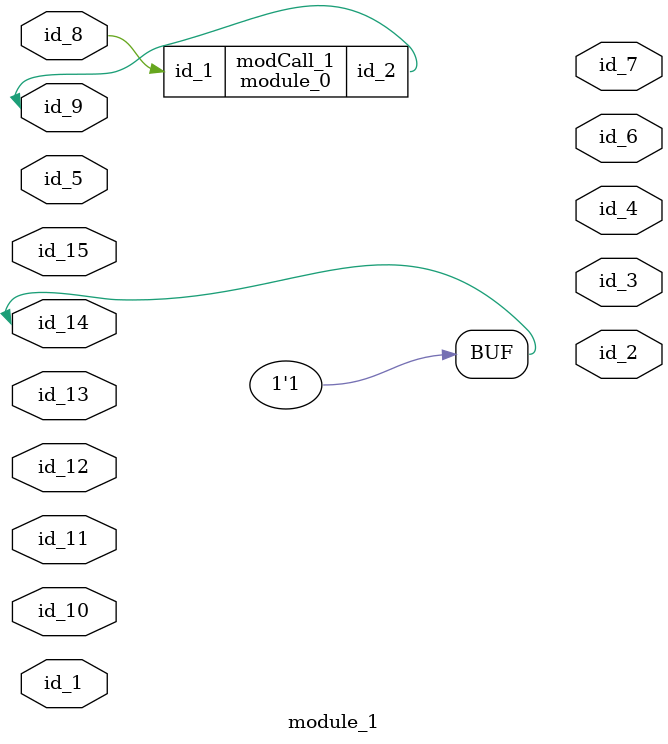
<source format=v>
module module_0 (
    id_1,
    id_2
);
  inout wire id_2;
  input wire id_1;
  wire id_3;
  ;
endmodule
module module_1 (
    id_1,
    id_2,
    id_3,
    id_4,
    id_5,
    id_6,
    id_7,
    id_8,
    id_9,
    id_10,
    id_11,
    id_12,
    id_13,
    id_14,
    id_15
);
  input wire id_15;
  inout wor id_14;
  inout wire id_13;
  input wire id_12;
  input wire id_11;
  inout wire id_10;
  inout wire id_9;
  inout wire id_8;
  output wire id_7;
  output wire id_6;
  input wire id_5;
  output wire id_4;
  module_0 modCall_1 (
      id_8,
      id_9
  );
  output wire id_3;
  output wire id_2;
  input wire id_1;
  assign id_14 = (-1);
endmodule

</source>
